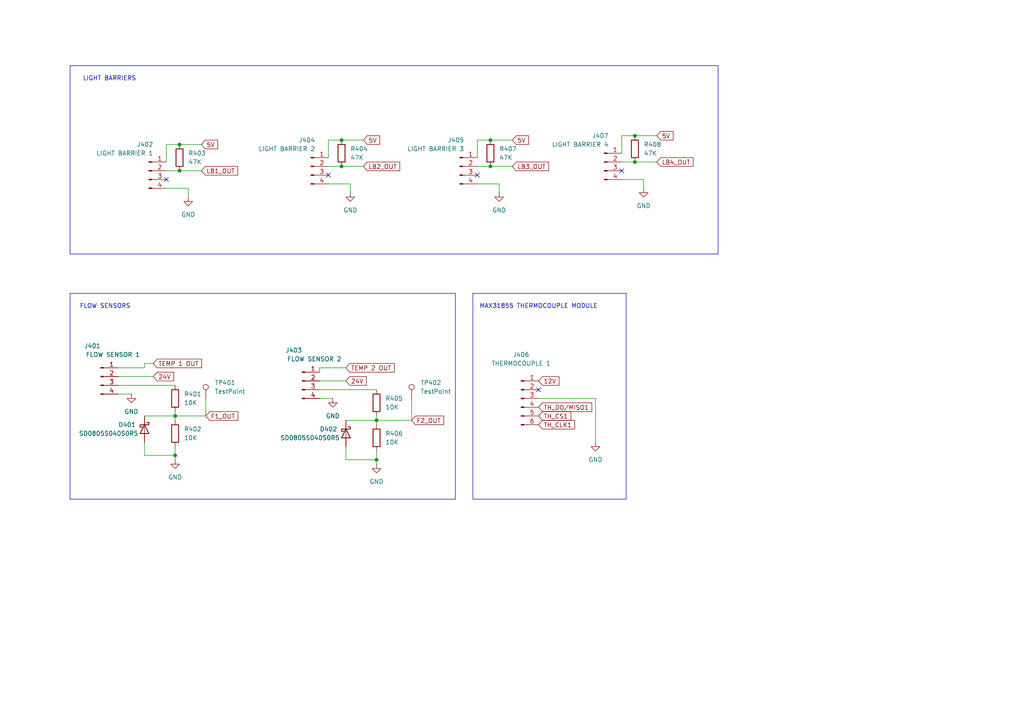
<source format=kicad_sch>
(kicad_sch
	(version 20231120)
	(generator "eeschema")
	(generator_version "8.0")
	(uuid "39e9b5ed-3357-4381-b127-1a22087a292e")
	(paper "A4")
	(lib_symbols
		(symbol "Connector:Conn_01x04_Pin"
			(pin_names
				(offset 1.016) hide)
			(exclude_from_sim no)
			(in_bom yes)
			(on_board yes)
			(property "Reference" "J"
				(at 0 5.08 0)
				(effects
					(font
						(size 1.27 1.27)
					)
				)
			)
			(property "Value" "Conn_01x04_Pin"
				(at 0 -7.62 0)
				(effects
					(font
						(size 1.27 1.27)
					)
				)
			)
			(property "Footprint" ""
				(at 0 0 0)
				(effects
					(font
						(size 1.27 1.27)
					)
					(hide yes)
				)
			)
			(property "Datasheet" "~"
				(at 0 0 0)
				(effects
					(font
						(size 1.27 1.27)
					)
					(hide yes)
				)
			)
			(property "Description" "Generic connector, single row, 01x04, script generated"
				(at 0 0 0)
				(effects
					(font
						(size 1.27 1.27)
					)
					(hide yes)
				)
			)
			(property "ki_locked" ""
				(at 0 0 0)
				(effects
					(font
						(size 1.27 1.27)
					)
				)
			)
			(property "ki_keywords" "connector"
				(at 0 0 0)
				(effects
					(font
						(size 1.27 1.27)
					)
					(hide yes)
				)
			)
			(property "ki_fp_filters" "Connector*:*_1x??_*"
				(at 0 0 0)
				(effects
					(font
						(size 1.27 1.27)
					)
					(hide yes)
				)
			)
			(symbol "Conn_01x04_Pin_1_1"
				(polyline
					(pts
						(xy 1.27 -5.08) (xy 0.8636 -5.08)
					)
					(stroke
						(width 0.1524)
						(type default)
					)
					(fill
						(type none)
					)
				)
				(polyline
					(pts
						(xy 1.27 -2.54) (xy 0.8636 -2.54)
					)
					(stroke
						(width 0.1524)
						(type default)
					)
					(fill
						(type none)
					)
				)
				(polyline
					(pts
						(xy 1.27 0) (xy 0.8636 0)
					)
					(stroke
						(width 0.1524)
						(type default)
					)
					(fill
						(type none)
					)
				)
				(polyline
					(pts
						(xy 1.27 2.54) (xy 0.8636 2.54)
					)
					(stroke
						(width 0.1524)
						(type default)
					)
					(fill
						(type none)
					)
				)
				(rectangle
					(start 0.8636 -4.953)
					(end 0 -5.207)
					(stroke
						(width 0.1524)
						(type default)
					)
					(fill
						(type outline)
					)
				)
				(rectangle
					(start 0.8636 -2.413)
					(end 0 -2.667)
					(stroke
						(width 0.1524)
						(type default)
					)
					(fill
						(type outline)
					)
				)
				(rectangle
					(start 0.8636 0.127)
					(end 0 -0.127)
					(stroke
						(width 0.1524)
						(type default)
					)
					(fill
						(type outline)
					)
				)
				(rectangle
					(start 0.8636 2.667)
					(end 0 2.413)
					(stroke
						(width 0.1524)
						(type default)
					)
					(fill
						(type outline)
					)
				)
				(pin passive line
					(at 5.08 2.54 180)
					(length 3.81)
					(name "Pin_1"
						(effects
							(font
								(size 1.27 1.27)
							)
						)
					)
					(number "1"
						(effects
							(font
								(size 1.27 1.27)
							)
						)
					)
				)
				(pin passive line
					(at 5.08 0 180)
					(length 3.81)
					(name "Pin_2"
						(effects
							(font
								(size 1.27 1.27)
							)
						)
					)
					(number "2"
						(effects
							(font
								(size 1.27 1.27)
							)
						)
					)
				)
				(pin passive line
					(at 5.08 -2.54 180)
					(length 3.81)
					(name "Pin_3"
						(effects
							(font
								(size 1.27 1.27)
							)
						)
					)
					(number "3"
						(effects
							(font
								(size 1.27 1.27)
							)
						)
					)
				)
				(pin passive line
					(at 5.08 -5.08 180)
					(length 3.81)
					(name "Pin_4"
						(effects
							(font
								(size 1.27 1.27)
							)
						)
					)
					(number "4"
						(effects
							(font
								(size 1.27 1.27)
							)
						)
					)
				)
			)
		)
		(symbol "Connector:Conn_01x06_Pin"
			(pin_names
				(offset 1.016) hide)
			(exclude_from_sim no)
			(in_bom yes)
			(on_board yes)
			(property "Reference" "J"
				(at 0 7.62 0)
				(effects
					(font
						(size 1.27 1.27)
					)
				)
			)
			(property "Value" "Conn_01x06_Pin"
				(at 0 -10.16 0)
				(effects
					(font
						(size 1.27 1.27)
					)
				)
			)
			(property "Footprint" ""
				(at 0 0 0)
				(effects
					(font
						(size 1.27 1.27)
					)
					(hide yes)
				)
			)
			(property "Datasheet" "~"
				(at 0 0 0)
				(effects
					(font
						(size 1.27 1.27)
					)
					(hide yes)
				)
			)
			(property "Description" "Generic connector, single row, 01x06, script generated"
				(at 0 0 0)
				(effects
					(font
						(size 1.27 1.27)
					)
					(hide yes)
				)
			)
			(property "ki_locked" ""
				(at 0 0 0)
				(effects
					(font
						(size 1.27 1.27)
					)
				)
			)
			(property "ki_keywords" "connector"
				(at 0 0 0)
				(effects
					(font
						(size 1.27 1.27)
					)
					(hide yes)
				)
			)
			(property "ki_fp_filters" "Connector*:*_1x??_*"
				(at 0 0 0)
				(effects
					(font
						(size 1.27 1.27)
					)
					(hide yes)
				)
			)
			(symbol "Conn_01x06_Pin_1_1"
				(polyline
					(pts
						(xy 1.27 -7.62) (xy 0.8636 -7.62)
					)
					(stroke
						(width 0.1524)
						(type default)
					)
					(fill
						(type none)
					)
				)
				(polyline
					(pts
						(xy 1.27 -5.08) (xy 0.8636 -5.08)
					)
					(stroke
						(width 0.1524)
						(type default)
					)
					(fill
						(type none)
					)
				)
				(polyline
					(pts
						(xy 1.27 -2.54) (xy 0.8636 -2.54)
					)
					(stroke
						(width 0.1524)
						(type default)
					)
					(fill
						(type none)
					)
				)
				(polyline
					(pts
						(xy 1.27 0) (xy 0.8636 0)
					)
					(stroke
						(width 0.1524)
						(type default)
					)
					(fill
						(type none)
					)
				)
				(polyline
					(pts
						(xy 1.27 2.54) (xy 0.8636 2.54)
					)
					(stroke
						(width 0.1524)
						(type default)
					)
					(fill
						(type none)
					)
				)
				(polyline
					(pts
						(xy 1.27 5.08) (xy 0.8636 5.08)
					)
					(stroke
						(width 0.1524)
						(type default)
					)
					(fill
						(type none)
					)
				)
				(rectangle
					(start 0.8636 -7.493)
					(end 0 -7.747)
					(stroke
						(width 0.1524)
						(type default)
					)
					(fill
						(type outline)
					)
				)
				(rectangle
					(start 0.8636 -4.953)
					(end 0 -5.207)
					(stroke
						(width 0.1524)
						(type default)
					)
					(fill
						(type outline)
					)
				)
				(rectangle
					(start 0.8636 -2.413)
					(end 0 -2.667)
					(stroke
						(width 0.1524)
						(type default)
					)
					(fill
						(type outline)
					)
				)
				(rectangle
					(start 0.8636 0.127)
					(end 0 -0.127)
					(stroke
						(width 0.1524)
						(type default)
					)
					(fill
						(type outline)
					)
				)
				(rectangle
					(start 0.8636 2.667)
					(end 0 2.413)
					(stroke
						(width 0.1524)
						(type default)
					)
					(fill
						(type outline)
					)
				)
				(rectangle
					(start 0.8636 5.207)
					(end 0 4.953)
					(stroke
						(width 0.1524)
						(type default)
					)
					(fill
						(type outline)
					)
				)
				(pin passive line
					(at 5.08 5.08 180)
					(length 3.81)
					(name "Pin_1"
						(effects
							(font
								(size 1.27 1.27)
							)
						)
					)
					(number "1"
						(effects
							(font
								(size 1.27 1.27)
							)
						)
					)
				)
				(pin passive line
					(at 5.08 2.54 180)
					(length 3.81)
					(name "Pin_2"
						(effects
							(font
								(size 1.27 1.27)
							)
						)
					)
					(number "2"
						(effects
							(font
								(size 1.27 1.27)
							)
						)
					)
				)
				(pin passive line
					(at 5.08 0 180)
					(length 3.81)
					(name "Pin_3"
						(effects
							(font
								(size 1.27 1.27)
							)
						)
					)
					(number "3"
						(effects
							(font
								(size 1.27 1.27)
							)
						)
					)
				)
				(pin passive line
					(at 5.08 -2.54 180)
					(length 3.81)
					(name "Pin_4"
						(effects
							(font
								(size 1.27 1.27)
							)
						)
					)
					(number "4"
						(effects
							(font
								(size 1.27 1.27)
							)
						)
					)
				)
				(pin passive line
					(at 5.08 -5.08 180)
					(length 3.81)
					(name "Pin_5"
						(effects
							(font
								(size 1.27 1.27)
							)
						)
					)
					(number "5"
						(effects
							(font
								(size 1.27 1.27)
							)
						)
					)
				)
				(pin passive line
					(at 5.08 -7.62 180)
					(length 3.81)
					(name "Pin_6"
						(effects
							(font
								(size 1.27 1.27)
							)
						)
					)
					(number "6"
						(effects
							(font
								(size 1.27 1.27)
							)
						)
					)
				)
			)
		)
		(symbol "Connector:TestPoint"
			(pin_numbers hide)
			(pin_names
				(offset 0.762) hide)
			(exclude_from_sim no)
			(in_bom yes)
			(on_board yes)
			(property "Reference" "TP"
				(at 0 6.858 0)
				(effects
					(font
						(size 1.27 1.27)
					)
				)
			)
			(property "Value" "TestPoint"
				(at 0 5.08 0)
				(effects
					(font
						(size 1.27 1.27)
					)
				)
			)
			(property "Footprint" ""
				(at 5.08 0 0)
				(effects
					(font
						(size 1.27 1.27)
					)
					(hide yes)
				)
			)
			(property "Datasheet" "~"
				(at 5.08 0 0)
				(effects
					(font
						(size 1.27 1.27)
					)
					(hide yes)
				)
			)
			(property "Description" "test point"
				(at 0 0 0)
				(effects
					(font
						(size 1.27 1.27)
					)
					(hide yes)
				)
			)
			(property "ki_keywords" "test point tp"
				(at 0 0 0)
				(effects
					(font
						(size 1.27 1.27)
					)
					(hide yes)
				)
			)
			(property "ki_fp_filters" "Pin* Test*"
				(at 0 0 0)
				(effects
					(font
						(size 1.27 1.27)
					)
					(hide yes)
				)
			)
			(symbol "TestPoint_0_1"
				(circle
					(center 0 3.302)
					(radius 0.762)
					(stroke
						(width 0)
						(type default)
					)
					(fill
						(type none)
					)
				)
			)
			(symbol "TestPoint_1_1"
				(pin passive line
					(at 0 0 90)
					(length 2.54)
					(name "1"
						(effects
							(font
								(size 1.27 1.27)
							)
						)
					)
					(number "1"
						(effects
							(font
								(size 1.27 1.27)
							)
						)
					)
				)
			)
		)
		(symbol "Device:D_Schottky"
			(pin_numbers hide)
			(pin_names
				(offset 1.016) hide)
			(exclude_from_sim no)
			(in_bom yes)
			(on_board yes)
			(property "Reference" "D"
				(at 0 2.54 0)
				(effects
					(font
						(size 1.27 1.27)
					)
				)
			)
			(property "Value" "D_Schottky"
				(at 0 -2.54 0)
				(effects
					(font
						(size 1.27 1.27)
					)
				)
			)
			(property "Footprint" ""
				(at 0 0 0)
				(effects
					(font
						(size 1.27 1.27)
					)
					(hide yes)
				)
			)
			(property "Datasheet" "~"
				(at 0 0 0)
				(effects
					(font
						(size 1.27 1.27)
					)
					(hide yes)
				)
			)
			(property "Description" "Schottky diode"
				(at 0 0 0)
				(effects
					(font
						(size 1.27 1.27)
					)
					(hide yes)
				)
			)
			(property "ki_keywords" "diode Schottky"
				(at 0 0 0)
				(effects
					(font
						(size 1.27 1.27)
					)
					(hide yes)
				)
			)
			(property "ki_fp_filters" "TO-???* *_Diode_* *SingleDiode* D_*"
				(at 0 0 0)
				(effects
					(font
						(size 1.27 1.27)
					)
					(hide yes)
				)
			)
			(symbol "D_Schottky_0_1"
				(polyline
					(pts
						(xy 1.27 0) (xy -1.27 0)
					)
					(stroke
						(width 0)
						(type default)
					)
					(fill
						(type none)
					)
				)
				(polyline
					(pts
						(xy 1.27 1.27) (xy 1.27 -1.27) (xy -1.27 0) (xy 1.27 1.27)
					)
					(stroke
						(width 0.254)
						(type default)
					)
					(fill
						(type none)
					)
				)
				(polyline
					(pts
						(xy -1.905 0.635) (xy -1.905 1.27) (xy -1.27 1.27) (xy -1.27 -1.27) (xy -0.635 -1.27) (xy -0.635 -0.635)
					)
					(stroke
						(width 0.254)
						(type default)
					)
					(fill
						(type none)
					)
				)
			)
			(symbol "D_Schottky_1_1"
				(pin passive line
					(at -3.81 0 0)
					(length 2.54)
					(name "K"
						(effects
							(font
								(size 1.27 1.27)
							)
						)
					)
					(number "1"
						(effects
							(font
								(size 1.27 1.27)
							)
						)
					)
				)
				(pin passive line
					(at 3.81 0 180)
					(length 2.54)
					(name "A"
						(effects
							(font
								(size 1.27 1.27)
							)
						)
					)
					(number "2"
						(effects
							(font
								(size 1.27 1.27)
							)
						)
					)
				)
			)
		)
		(symbol "Device:R"
			(pin_numbers hide)
			(pin_names
				(offset 0)
			)
			(exclude_from_sim no)
			(in_bom yes)
			(on_board yes)
			(property "Reference" "R"
				(at 2.032 0 90)
				(effects
					(font
						(size 1.27 1.27)
					)
				)
			)
			(property "Value" "R"
				(at 0 0 90)
				(effects
					(font
						(size 1.27 1.27)
					)
				)
			)
			(property "Footprint" ""
				(at -1.778 0 90)
				(effects
					(font
						(size 1.27 1.27)
					)
					(hide yes)
				)
			)
			(property "Datasheet" "~"
				(at 0 0 0)
				(effects
					(font
						(size 1.27 1.27)
					)
					(hide yes)
				)
			)
			(property "Description" "Resistor"
				(at 0 0 0)
				(effects
					(font
						(size 1.27 1.27)
					)
					(hide yes)
				)
			)
			(property "ki_keywords" "R res resistor"
				(at 0 0 0)
				(effects
					(font
						(size 1.27 1.27)
					)
					(hide yes)
				)
			)
			(property "ki_fp_filters" "R_*"
				(at 0 0 0)
				(effects
					(font
						(size 1.27 1.27)
					)
					(hide yes)
				)
			)
			(symbol "R_0_1"
				(rectangle
					(start -1.016 -2.54)
					(end 1.016 2.54)
					(stroke
						(width 0.254)
						(type default)
					)
					(fill
						(type none)
					)
				)
			)
			(symbol "R_1_1"
				(pin passive line
					(at 0 3.81 270)
					(length 1.27)
					(name "~"
						(effects
							(font
								(size 1.27 1.27)
							)
						)
					)
					(number "1"
						(effects
							(font
								(size 1.27 1.27)
							)
						)
					)
				)
				(pin passive line
					(at 0 -3.81 90)
					(length 1.27)
					(name "~"
						(effects
							(font
								(size 1.27 1.27)
							)
						)
					)
					(number "2"
						(effects
							(font
								(size 1.27 1.27)
							)
						)
					)
				)
			)
		)
		(symbol "power:GND"
			(power)
			(pin_numbers hide)
			(pin_names
				(offset 0) hide)
			(exclude_from_sim no)
			(in_bom yes)
			(on_board yes)
			(property "Reference" "#PWR"
				(at 0 -6.35 0)
				(effects
					(font
						(size 1.27 1.27)
					)
					(hide yes)
				)
			)
			(property "Value" "GND"
				(at 0 -3.81 0)
				(effects
					(font
						(size 1.27 1.27)
					)
				)
			)
			(property "Footprint" ""
				(at 0 0 0)
				(effects
					(font
						(size 1.27 1.27)
					)
					(hide yes)
				)
			)
			(property "Datasheet" ""
				(at 0 0 0)
				(effects
					(font
						(size 1.27 1.27)
					)
					(hide yes)
				)
			)
			(property "Description" "Power symbol creates a global label with name \"GND\" , ground"
				(at 0 0 0)
				(effects
					(font
						(size 1.27 1.27)
					)
					(hide yes)
				)
			)
			(property "ki_keywords" "global power"
				(at 0 0 0)
				(effects
					(font
						(size 1.27 1.27)
					)
					(hide yes)
				)
			)
			(symbol "GND_0_1"
				(polyline
					(pts
						(xy 0 0) (xy 0 -1.27) (xy 1.27 -1.27) (xy 0 -2.54) (xy -1.27 -1.27) (xy 0 -1.27)
					)
					(stroke
						(width 0)
						(type default)
					)
					(fill
						(type none)
					)
				)
			)
			(symbol "GND_1_1"
				(pin power_in line
					(at 0 0 270)
					(length 0)
					(name "~"
						(effects
							(font
								(size 1.27 1.27)
							)
						)
					)
					(number "1"
						(effects
							(font
								(size 1.27 1.27)
							)
						)
					)
				)
			)
		)
	)
	(junction
		(at 142.24 48.26)
		(diameter 0)
		(color 0 0 0 0)
		(uuid "0cbed6d6-1a90-4797-87c5-f2acd6b38acd")
	)
	(junction
		(at 99.06 40.64)
		(diameter 0)
		(color 0 0 0 0)
		(uuid "47c5adbe-9b6c-4795-adb0-72ebf306931c")
	)
	(junction
		(at 50.8 120.65)
		(diameter 0)
		(color 0 0 0 0)
		(uuid "51654f7e-0bef-43f3-a07a-db0874a20a2e")
	)
	(junction
		(at 184.15 46.99)
		(diameter 0)
		(color 0 0 0 0)
		(uuid "5b125db0-c6e6-4c7a-9bc1-0389a1dbb20a")
	)
	(junction
		(at 142.24 40.64)
		(diameter 0)
		(color 0 0 0 0)
		(uuid "654bc33c-3503-4dfb-befb-4f2376f43e2b")
	)
	(junction
		(at 184.15 39.37)
		(diameter 0)
		(color 0 0 0 0)
		(uuid "906f73ad-18e8-4550-8a66-831f751fd649")
	)
	(junction
		(at 99.06 48.26)
		(diameter 0)
		(color 0 0 0 0)
		(uuid "b4bf0de1-61a1-4732-b66a-15460e08b71b")
	)
	(junction
		(at 52.07 41.91)
		(diameter 0)
		(color 0 0 0 0)
		(uuid "bfd8fa81-6043-4e9d-b675-24f8d4747632")
	)
	(junction
		(at 50.8 132.08)
		(diameter 0)
		(color 0 0 0 0)
		(uuid "c613013b-4a27-4f0b-94dd-60758ca16b5a")
	)
	(junction
		(at 109.22 133.35)
		(diameter 0)
		(color 0 0 0 0)
		(uuid "cba31e10-0eda-40cc-be19-760ea3d8d3a9")
	)
	(junction
		(at 109.22 121.92)
		(diameter 0)
		(color 0 0 0 0)
		(uuid "d1889cec-3041-4311-ae4a-a267364fcb02")
	)
	(junction
		(at 52.07 49.53)
		(diameter 0)
		(color 0 0 0 0)
		(uuid "dc1e7bfd-875a-4a91-9f3d-2bc6bcfd1cec")
	)
	(no_connect
		(at 156.21 113.03)
		(uuid "199802b3-2b4c-41ed-b36c-2c459723ada1")
	)
	(no_connect
		(at 95.25 50.8)
		(uuid "351645ff-9e83-447b-bdf1-c319aeaf5483")
	)
	(no_connect
		(at 48.26 52.07)
		(uuid "4ee2a8b2-b703-4072-96b2-bf8a9d44d955")
	)
	(no_connect
		(at 138.43 50.8)
		(uuid "5d496507-759e-4bc4-8acd-2335682378e2")
	)
	(no_connect
		(at 180.34 49.53)
		(uuid "ac381ee8-4caf-46a9-b2be-37fd96033cad")
	)
	(wire
		(pts
			(xy 41.91 105.41) (xy 41.91 106.68)
		)
		(stroke
			(width 0)
			(type default)
		)
		(uuid "02afeaec-a53e-4565-aff1-6f220c594e1b")
	)
	(wire
		(pts
			(xy 34.29 114.3) (xy 38.1 114.3)
		)
		(stroke
			(width 0)
			(type default)
		)
		(uuid "09750d28-1d67-42dc-970e-e5ec61aae3c1")
	)
	(wire
		(pts
			(xy 138.43 53.34) (xy 144.78 53.34)
		)
		(stroke
			(width 0)
			(type default)
		)
		(uuid "0f259ae3-fa78-4b5e-88ec-3b2addf99d8a")
	)
	(wire
		(pts
			(xy 100.33 133.35) (xy 109.22 133.35)
		)
		(stroke
			(width 0)
			(type default)
		)
		(uuid "10eb8b5f-1a41-48d7-b6a2-aff7b24a1243")
	)
	(wire
		(pts
			(xy 50.8 132.08) (xy 50.8 133.35)
		)
		(stroke
			(width 0)
			(type default)
		)
		(uuid "1de3f59a-4d7d-41c7-a630-c467fae4e137")
	)
	(wire
		(pts
			(xy 138.43 48.26) (xy 142.24 48.26)
		)
		(stroke
			(width 0)
			(type default)
		)
		(uuid "20a4eeef-8ea3-4c4d-a479-c1e57c07068c")
	)
	(wire
		(pts
			(xy 105.41 40.64) (xy 99.06 40.64)
		)
		(stroke
			(width 0)
			(type default)
		)
		(uuid "244ef1f8-dbfa-4b92-a894-62487d208b53")
	)
	(wire
		(pts
			(xy 95.25 53.34) (xy 101.6 53.34)
		)
		(stroke
			(width 0)
			(type default)
		)
		(uuid "2de27ffe-3e9d-4ea7-8b93-96db691eee9f")
	)
	(wire
		(pts
			(xy 92.71 115.57) (xy 96.52 115.57)
		)
		(stroke
			(width 0)
			(type default)
		)
		(uuid "2fcecf03-9fc1-4b30-b47e-5753c0fd348c")
	)
	(wire
		(pts
			(xy 190.5 39.37) (xy 184.15 39.37)
		)
		(stroke
			(width 0)
			(type default)
		)
		(uuid "310193ac-7465-47ae-88b4-01feba325f7d")
	)
	(wire
		(pts
			(xy 100.33 110.49) (xy 92.71 110.49)
		)
		(stroke
			(width 0)
			(type default)
		)
		(uuid "396e33da-77c1-4e7e-9b33-8f94f232672f")
	)
	(wire
		(pts
			(xy 41.91 128.27) (xy 41.91 132.08)
		)
		(stroke
			(width 0)
			(type default)
		)
		(uuid "3dd4690a-9b48-4727-a2e2-de70db47a5b9")
	)
	(wire
		(pts
			(xy 50.8 120.65) (xy 50.8 121.92)
		)
		(stroke
			(width 0)
			(type default)
		)
		(uuid "3e9cb51f-e09c-4a7b-9e98-a1d4f5a87a71")
	)
	(wire
		(pts
			(xy 100.33 121.92) (xy 109.22 121.92)
		)
		(stroke
			(width 0)
			(type default)
		)
		(uuid "4bbfc635-2ab9-4720-9b6a-0e68856c08b7")
	)
	(wire
		(pts
			(xy 48.26 54.61) (xy 54.61 54.61)
		)
		(stroke
			(width 0)
			(type default)
		)
		(uuid "4c19092f-da20-4f28-9209-52909f3f766d")
	)
	(wire
		(pts
			(xy 184.15 39.37) (xy 180.34 39.37)
		)
		(stroke
			(width 0)
			(type default)
		)
		(uuid "4dace319-7635-4279-b7c5-ac7b30fa4a4a")
	)
	(wire
		(pts
			(xy 190.5 46.99) (xy 184.15 46.99)
		)
		(stroke
			(width 0)
			(type default)
		)
		(uuid "58b3cd36-88c6-41c8-80f8-ba1722b1cc39")
	)
	(wire
		(pts
			(xy 48.26 49.53) (xy 52.07 49.53)
		)
		(stroke
			(width 0)
			(type default)
		)
		(uuid "5a868772-6e3a-41bc-9d33-6687480f4930")
	)
	(wire
		(pts
			(xy 41.91 132.08) (xy 50.8 132.08)
		)
		(stroke
			(width 0)
			(type default)
		)
		(uuid "5b1ac085-51c1-4db5-a079-d1669a1c0071")
	)
	(wire
		(pts
			(xy 148.59 48.26) (xy 142.24 48.26)
		)
		(stroke
			(width 0)
			(type default)
		)
		(uuid "5c132cc7-499f-4701-b1cf-15a9ac64529e")
	)
	(wire
		(pts
			(xy 144.78 53.34) (xy 144.78 55.88)
		)
		(stroke
			(width 0)
			(type default)
		)
		(uuid "5deacdd1-7f2f-497a-adee-fb4c6a21675d")
	)
	(wire
		(pts
			(xy 180.34 46.99) (xy 184.15 46.99)
		)
		(stroke
			(width 0)
			(type default)
		)
		(uuid "656d1b59-5a74-4145-8bac-09a2aebf9a69")
	)
	(wire
		(pts
			(xy 52.07 41.91) (xy 48.26 41.91)
		)
		(stroke
			(width 0)
			(type default)
		)
		(uuid "67a604d6-2c64-4af6-9acc-8adf1476da9a")
	)
	(wire
		(pts
			(xy 142.24 40.64) (xy 138.43 40.64)
		)
		(stroke
			(width 0)
			(type default)
		)
		(uuid "6910f5f7-d399-47ef-a79b-38b2e8601ca9")
	)
	(wire
		(pts
			(xy 54.61 54.61) (xy 54.61 57.15)
		)
		(stroke
			(width 0)
			(type default)
		)
		(uuid "6e60379d-26bf-4cb3-9ed2-c703a9ad35fb")
	)
	(wire
		(pts
			(xy 180.34 52.07) (xy 186.69 52.07)
		)
		(stroke
			(width 0)
			(type default)
		)
		(uuid "713a5f39-5cbe-4a9a-b7e9-3e208bdcf5f4")
	)
	(wire
		(pts
			(xy 148.59 40.64) (xy 142.24 40.64)
		)
		(stroke
			(width 0)
			(type default)
		)
		(uuid "72486eaa-c489-4138-82e5-33043e453e25")
	)
	(wire
		(pts
			(xy 101.6 53.34) (xy 101.6 55.88)
		)
		(stroke
			(width 0)
			(type default)
		)
		(uuid "7ac946ce-6ded-4cc4-92dd-2af5a7f951a8")
	)
	(wire
		(pts
			(xy 109.22 133.35) (xy 109.22 134.62)
		)
		(stroke
			(width 0)
			(type default)
		)
		(uuid "819bd064-5d3e-44db-a65c-041c1e2d622c")
	)
	(wire
		(pts
			(xy 44.45 109.22) (xy 34.29 109.22)
		)
		(stroke
			(width 0)
			(type default)
		)
		(uuid "83d87f0d-c9e1-4e60-8f95-1c10b009f0eb")
	)
	(wire
		(pts
			(xy 59.69 120.65) (xy 50.8 120.65)
		)
		(stroke
			(width 0)
			(type default)
		)
		(uuid "87f9151e-b1e4-4efe-a58e-9624cb8011bd")
	)
	(wire
		(pts
			(xy 92.71 106.68) (xy 92.71 107.95)
		)
		(stroke
			(width 0)
			(type default)
		)
		(uuid "950b6af1-6a01-4d60-89b3-bd7c71c5b146")
	)
	(wire
		(pts
			(xy 58.42 41.91) (xy 52.07 41.91)
		)
		(stroke
			(width 0)
			(type default)
		)
		(uuid "97f65102-ae60-4db9-b01e-f0cd80bb2d56")
	)
	(wire
		(pts
			(xy 44.45 105.41) (xy 41.91 105.41)
		)
		(stroke
			(width 0)
			(type default)
		)
		(uuid "995de1a1-86d3-4b64-8b73-fcbb0f147ae8")
	)
	(wire
		(pts
			(xy 138.43 40.64) (xy 138.43 45.72)
		)
		(stroke
			(width 0)
			(type default)
		)
		(uuid "995f9c13-d28a-4389-bbeb-239223eea041")
	)
	(wire
		(pts
			(xy 50.8 129.54) (xy 50.8 132.08)
		)
		(stroke
			(width 0)
			(type default)
		)
		(uuid "a352171d-855a-49a0-8fbd-59ab5274a6b2")
	)
	(wire
		(pts
			(xy 50.8 119.38) (xy 50.8 120.65)
		)
		(stroke
			(width 0)
			(type default)
		)
		(uuid "a500af18-677c-46fb-b095-100491b20877")
	)
	(wire
		(pts
			(xy 172.72 115.57) (xy 172.72 128.27)
		)
		(stroke
			(width 0)
			(type default)
		)
		(uuid "a92e1045-74d7-432b-875d-2f8382c631a7")
	)
	(wire
		(pts
			(xy 58.42 49.53) (xy 52.07 49.53)
		)
		(stroke
			(width 0)
			(type default)
		)
		(uuid "aacfedc6-a496-4fb9-b010-bc19cb1c4a74")
	)
	(wire
		(pts
			(xy 109.22 120.65) (xy 109.22 121.92)
		)
		(stroke
			(width 0)
			(type default)
		)
		(uuid "ab20f5df-4532-4bb1-99d1-6caf1b58453c")
	)
	(wire
		(pts
			(xy 109.22 130.81) (xy 109.22 133.35)
		)
		(stroke
			(width 0)
			(type default)
		)
		(uuid "ab401f56-fbcb-41b6-9785-81789583efcc")
	)
	(wire
		(pts
			(xy 156.21 115.57) (xy 172.72 115.57)
		)
		(stroke
			(width 0)
			(type default)
		)
		(uuid "ac347676-59ec-4ec4-9c80-1f22a2eff6de")
	)
	(wire
		(pts
			(xy 41.91 106.68) (xy 34.29 106.68)
		)
		(stroke
			(width 0)
			(type default)
		)
		(uuid "ae309322-a266-49d3-bdde-7fa51b28a347")
	)
	(wire
		(pts
			(xy 95.25 40.64) (xy 95.25 45.72)
		)
		(stroke
			(width 0)
			(type default)
		)
		(uuid "b0efb3ca-629a-4a76-a942-e63045027b01")
	)
	(wire
		(pts
			(xy 59.69 115.57) (xy 59.69 120.65)
		)
		(stroke
			(width 0)
			(type default)
		)
		(uuid "b24aae90-d838-48ea-8db6-1fcf637da4ab")
	)
	(wire
		(pts
			(xy 48.26 41.91) (xy 48.26 46.99)
		)
		(stroke
			(width 0)
			(type default)
		)
		(uuid "b2575d49-e832-461d-9d5a-49e173629eb1")
	)
	(wire
		(pts
			(xy 99.06 40.64) (xy 95.25 40.64)
		)
		(stroke
			(width 0)
			(type default)
		)
		(uuid "c18412c3-a73c-431d-a0fe-b356ddd6e9f0")
	)
	(wire
		(pts
			(xy 41.91 120.65) (xy 50.8 120.65)
		)
		(stroke
			(width 0)
			(type default)
		)
		(uuid "c75eebe1-89a4-48c4-ba83-a1d15008ecb9")
	)
	(wire
		(pts
			(xy 180.34 39.37) (xy 180.34 44.45)
		)
		(stroke
			(width 0)
			(type default)
		)
		(uuid "ce1022c2-580d-49f2-9a9d-159e4994c16e")
	)
	(wire
		(pts
			(xy 95.25 48.26) (xy 99.06 48.26)
		)
		(stroke
			(width 0)
			(type default)
		)
		(uuid "ce652a63-60be-446d-ab00-2e0430873af2")
	)
	(wire
		(pts
			(xy 100.33 106.68) (xy 92.71 106.68)
		)
		(stroke
			(width 0)
			(type default)
		)
		(uuid "d009eb9d-a239-477c-84ed-b980f97bc355")
	)
	(wire
		(pts
			(xy 109.22 121.92) (xy 109.22 123.19)
		)
		(stroke
			(width 0)
			(type default)
		)
		(uuid "d206e19b-73e5-4585-accb-6e4106b9194f")
	)
	(wire
		(pts
			(xy 92.71 113.03) (xy 109.22 113.03)
		)
		(stroke
			(width 0)
			(type default)
		)
		(uuid "d6ccd67d-015a-4681-ad1b-3f8997ce6664")
	)
	(wire
		(pts
			(xy 109.22 121.92) (xy 119.38 121.92)
		)
		(stroke
			(width 0)
			(type default)
		)
		(uuid "d8be9ea5-b021-4d26-9b23-751043a2b60c")
	)
	(wire
		(pts
			(xy 119.38 115.57) (xy 119.38 121.92)
		)
		(stroke
			(width 0)
			(type default)
		)
		(uuid "dc5edcf7-dea2-4b7e-8c9f-25e3467c4bc9")
	)
	(wire
		(pts
			(xy 186.69 52.07) (xy 186.69 54.61)
		)
		(stroke
			(width 0)
			(type default)
		)
		(uuid "e818b59f-19d1-4689-b1ac-87d15ce22dfe")
	)
	(wire
		(pts
			(xy 105.41 48.26) (xy 99.06 48.26)
		)
		(stroke
			(width 0)
			(type default)
		)
		(uuid "f4e7731d-8c0e-4497-95d0-e7ddbb6961c0")
	)
	(wire
		(pts
			(xy 100.33 129.54) (xy 100.33 133.35)
		)
		(stroke
			(width 0)
			(type default)
		)
		(uuid "fbfe81f5-b3bc-448e-8840-1e26640579b9")
	)
	(wire
		(pts
			(xy 34.29 111.76) (xy 50.8 111.76)
		)
		(stroke
			(width 0)
			(type default)
		)
		(uuid "feaf936e-9704-40ab-88f2-a9cf02074176")
	)
	(rectangle
		(start 20.32 85.09)
		(end 132.08 144.78)
		(stroke
			(width 0)
			(type default)
		)
		(fill
			(type none)
		)
		(uuid 90018317-6d73-4379-a569-62ee84243ca5)
	)
	(rectangle
		(start 137.16 85.09)
		(end 181.61 144.78)
		(stroke
			(width 0)
			(type default)
		)
		(fill
			(type none)
		)
		(uuid bacb2ac6-8e84-4440-a166-7d410032bf60)
	)
	(rectangle
		(start 20.32 19.05)
		(end 208.28 73.66)
		(stroke
			(width 0)
			(type default)
		)
		(fill
			(type none)
		)
		(uuid d8926f2f-020b-4237-a217-9ec41977350e)
	)
	(text "FLOW SENSORS\n"
		(exclude_from_sim no)
		(at 30.48 88.9 0)
		(effects
			(font
				(size 1.27 1.27)
			)
		)
		(uuid "3a432140-1e4c-4d69-9237-354353cf6c89")
	)
	(text "MAX31855 THERMOCOUPLE MODULE\n"
		(exclude_from_sim no)
		(at 156.21 88.9 0)
		(effects
			(font
				(size 1.27 1.27)
			)
		)
		(uuid "6820764c-5611-46a8-b915-7b0374f3dcbb")
	)
	(text "LIGHT BARRIERS\n"
		(exclude_from_sim no)
		(at 31.75 22.86 0)
		(effects
			(font
				(size 1.27 1.27)
			)
		)
		(uuid "84db480e-25c0-43fa-9b67-81e73807546d")
	)
	(global_label "TH_CS1"
		(shape input)
		(at 156.21 120.65 0)
		(fields_autoplaced yes)
		(effects
			(font
				(size 1.27 1.27)
			)
			(justify left)
		)
		(uuid "1cea6d0c-2d82-4052-842c-4eb60a242430")
		(property "Intersheetrefs" "${INTERSHEET_REFS}"
			(at 164.9404 120.65 0)
			(effects
				(font
					(size 1.27 1.27)
				)
				(justify left)
				(hide yes)
			)
		)
	)
	(global_label "5V"
		(shape input)
		(at 58.42 41.91 0)
		(fields_autoplaced yes)
		(effects
			(font
				(size 1.27 1.27)
			)
			(justify left)
		)
		(uuid "340ab928-5d63-4642-8234-a151d3cd76a6")
		(property "Intersheetrefs" "${INTERSHEET_REFS}"
			(at 63.7033 41.91 0)
			(effects
				(font
					(size 1.27 1.27)
				)
				(justify left)
				(hide yes)
			)
		)
	)
	(global_label "LB2_OUT"
		(shape input)
		(at 105.41 48.26 0)
		(fields_autoplaced yes)
		(effects
			(font
				(size 1.27 1.27)
			)
			(justify left)
		)
		(uuid "34ab6066-2fe6-4f9a-a58d-1cd7c4496b27")
		(property "Intersheetrefs" "${INTERSHEET_REFS}"
			(at 114.8057 48.26 0)
			(effects
				(font
					(size 1.27 1.27)
				)
				(justify left)
				(hide yes)
			)
		)
	)
	(global_label "24V"
		(shape input)
		(at 44.45 109.22 0)
		(fields_autoplaced yes)
		(effects
			(font
				(size 1.27 1.27)
			)
			(justify left)
		)
		(uuid "3f807754-bc70-4ff6-8d68-bfdfed5fce86")
		(property "Intersheetrefs" "${INTERSHEET_REFS}"
			(at 50.9428 109.22 0)
			(effects
				(font
					(size 1.27 1.27)
				)
				(justify left)
				(hide yes)
			)
		)
	)
	(global_label "24V"
		(shape input)
		(at 100.33 110.49 0)
		(fields_autoplaced yes)
		(effects
			(font
				(size 1.27 1.27)
			)
			(justify left)
		)
		(uuid "4e8a0678-7ff5-41f1-996c-e0975bb11efb")
		(property "Intersheetrefs" "${INTERSHEET_REFS}"
			(at 106.8228 110.49 0)
			(effects
				(font
					(size 1.27 1.27)
				)
				(justify left)
				(hide yes)
			)
		)
	)
	(global_label "5V"
		(shape input)
		(at 148.59 40.64 0)
		(fields_autoplaced yes)
		(effects
			(font
				(size 1.27 1.27)
			)
			(justify left)
		)
		(uuid "62a640f6-370d-47be-b9f2-a66de7baa132")
		(property "Intersheetrefs" "${INTERSHEET_REFS}"
			(at 153.8733 40.64 0)
			(effects
				(font
					(size 1.27 1.27)
				)
				(justify left)
				(hide yes)
			)
		)
	)
	(global_label "TH_CLK1"
		(shape input)
		(at 156.21 123.19 0)
		(fields_autoplaced yes)
		(effects
			(font
				(size 1.27 1.27)
			)
			(justify left)
		)
		(uuid "63f6f00d-a9cb-4206-bcc4-b9b6f484eca1")
		(property "Intersheetrefs" "${INTERSHEET_REFS}"
			(at 166.029 123.19 0)
			(effects
				(font
					(size 1.27 1.27)
				)
				(justify left)
				(hide yes)
			)
		)
	)
	(global_label "LB3_OUT"
		(shape input)
		(at 148.59 48.26 0)
		(fields_autoplaced yes)
		(effects
			(font
				(size 1.27 1.27)
			)
			(justify left)
		)
		(uuid "711c7670-0a2d-4656-8b70-f5e3f24d6cc9")
		(property "Intersheetrefs" "${INTERSHEET_REFS}"
			(at 157.9857 48.26 0)
			(effects
				(font
					(size 1.27 1.27)
				)
				(justify left)
				(hide yes)
			)
		)
	)
	(global_label "5V"
		(shape input)
		(at 105.41 40.64 0)
		(fields_autoplaced yes)
		(effects
			(font
				(size 1.27 1.27)
			)
			(justify left)
		)
		(uuid "785144cb-111d-41a8-9942-55ec88f1dc31")
		(property "Intersheetrefs" "${INTERSHEET_REFS}"
			(at 110.6933 40.64 0)
			(effects
				(font
					(size 1.27 1.27)
				)
				(justify left)
				(hide yes)
			)
		)
	)
	(global_label "F2_OUT"
		(shape input)
		(at 119.38 121.92 0)
		(fields_autoplaced yes)
		(effects
			(font
				(size 1.27 1.27)
			)
			(justify left)
		)
		(uuid "8028d98e-f588-4623-93ce-0a6d18936234")
		(property "Intersheetrefs" "${INTERSHEET_REFS}"
			(at 129.2595 121.92 0)
			(effects
				(font
					(size 1.27 1.27)
				)
				(justify left)
				(hide yes)
			)
		)
	)
	(global_label "TH_DO/MISO1"
		(shape input)
		(at 156.21 118.11 0)
		(fields_autoplaced yes)
		(effects
			(font
				(size 1.27 1.27)
			)
			(justify left)
		)
		(uuid "8f89dc8a-f242-461d-9d6a-69e56527a155")
		(property "Intersheetrefs" "${INTERSHEET_REFS}"
			(at 170.9881 118.11 0)
			(effects
				(font
					(size 1.27 1.27)
				)
				(justify left)
				(hide yes)
			)
		)
	)
	(global_label "LB4_OUT"
		(shape input)
		(at 190.5 46.99 0)
		(fields_autoplaced yes)
		(effects
			(font
				(size 1.27 1.27)
			)
			(justify left)
		)
		(uuid "9d51f5d4-fd70-489f-ae98-32304fa1f68f")
		(property "Intersheetrefs" "${INTERSHEET_REFS}"
			(at 199.8957 46.99 0)
			(effects
				(font
					(size 1.27 1.27)
				)
				(justify left)
				(hide yes)
			)
		)
	)
	(global_label "LB1_OUT"
		(shape input)
		(at 58.42 49.53 0)
		(fields_autoplaced yes)
		(effects
			(font
				(size 1.27 1.27)
			)
			(justify left)
		)
		(uuid "b3df74db-9895-4175-aa63-cdc9f3d7b495")
		(property "Intersheetrefs" "${INTERSHEET_REFS}"
			(at 67.8157 49.53 0)
			(effects
				(font
					(size 1.27 1.27)
				)
				(justify left)
				(hide yes)
			)
		)
	)
	(global_label "12V"
		(shape input)
		(at 156.21 110.49 0)
		(fields_autoplaced yes)
		(effects
			(font
				(size 1.27 1.27)
			)
			(justify left)
		)
		(uuid "d1933606-d677-48d9-8d51-891299a52f7d")
		(property "Intersheetrefs" "${INTERSHEET_REFS}"
			(at 162.7028 110.49 0)
			(effects
				(font
					(size 1.27 1.27)
				)
				(justify left)
				(hide yes)
			)
		)
	)
	(global_label "TEMP 1 OUT"
		(shape input)
		(at 44.45 105.41 0)
		(fields_autoplaced yes)
		(effects
			(font
				(size 1.27 1.27)
			)
			(justify left)
		)
		(uuid "e1a95794-bd05-47d3-8cb1-efdd506523b1")
		(property "Intersheetrefs" "${INTERSHEET_REFS}"
			(at 57.3532 105.41 0)
			(effects
				(font
					(size 1.27 1.27)
				)
				(justify left)
				(hide yes)
			)
		)
	)
	(global_label "5V"
		(shape input)
		(at 190.5 39.37 0)
		(fields_autoplaced yes)
		(effects
			(font
				(size 1.27 1.27)
			)
			(justify left)
		)
		(uuid "ea730877-7618-43d8-8ebf-395065c025f5")
		(property "Intersheetrefs" "${INTERSHEET_REFS}"
			(at 195.7833 39.37 0)
			(effects
				(font
					(size 1.27 1.27)
				)
				(justify left)
				(hide yes)
			)
		)
	)
	(global_label "TEMP 2 OUT"
		(shape input)
		(at 100.33 106.68 0)
		(fields_autoplaced yes)
		(effects
			(font
				(size 1.27 1.27)
			)
			(justify left)
		)
		(uuid "ef59e7fa-6c24-465f-9070-aeca3b4528e3")
		(property "Intersheetrefs" "${INTERSHEET_REFS}"
			(at 113.2332 106.68 0)
			(effects
				(font
					(size 1.27 1.27)
				)
				(justify left)
				(hide yes)
			)
		)
	)
	(global_label "F1_OUT"
		(shape input)
		(at 59.69 120.65 0)
		(fields_autoplaced yes)
		(effects
			(font
				(size 1.27 1.27)
			)
			(justify left)
		)
		(uuid "f17c3738-95c1-4cb5-b2dc-2a3ede2c51b9")
		(property "Intersheetrefs" "${INTERSHEET_REFS}"
			(at 69.5695 120.65 0)
			(effects
				(font
					(size 1.27 1.27)
				)
				(justify left)
				(hide yes)
			)
		)
	)
	(symbol
		(lib_id "power:GND")
		(at 186.69 54.61 0)
		(unit 1)
		(exclude_from_sim no)
		(in_bom yes)
		(on_board yes)
		(dnp no)
		(fields_autoplaced yes)
		(uuid "02d61ed2-3bd4-42f8-b998-93f8097401c4")
		(property "Reference" "#PWR0409"
			(at 186.69 60.96 0)
			(effects
				(font
					(size 1.27 1.27)
				)
				(hide yes)
			)
		)
		(property "Value" "GND"
			(at 186.69 59.69 0)
			(effects
				(font
					(size 1.27 1.27)
				)
			)
		)
		(property "Footprint" ""
			(at 186.69 54.61 0)
			(effects
				(font
					(size 1.27 1.27)
				)
				(hide yes)
			)
		)
		(property "Datasheet" ""
			(at 186.69 54.61 0)
			(effects
				(font
					(size 1.27 1.27)
				)
				(hide yes)
			)
		)
		(property "Description" "Power symbol creates a global label with name \"GND\" , ground"
			(at 186.69 54.61 0)
			(effects
				(font
					(size 1.27 1.27)
				)
				(hide yes)
			)
		)
		(pin "1"
			(uuid "0c44fc25-472f-4b50-9004-9a760603b407")
		)
		(instances
			(project "Control board"
				(path "/6b719a6f-98b6-4640-9cd1-4a8629bcea26/242afb16-88c6-4866-9e7e-c177618609e8"
					(reference "#PWR0409")
					(unit 1)
				)
			)
		)
	)
	(symbol
		(lib_id "power:GND")
		(at 38.1 114.3 0)
		(unit 1)
		(exclude_from_sim no)
		(in_bom yes)
		(on_board yes)
		(dnp no)
		(fields_autoplaced yes)
		(uuid "0726b6ad-ff67-4143-a743-324e50adc640")
		(property "Reference" "#PWR0401"
			(at 38.1 120.65 0)
			(effects
				(font
					(size 1.27 1.27)
				)
				(hide yes)
			)
		)
		(property "Value" "GND"
			(at 38.1 119.38 0)
			(effects
				(font
					(size 1.27 1.27)
				)
			)
		)
		(property "Footprint" ""
			(at 38.1 114.3 0)
			(effects
				(font
					(size 1.27 1.27)
				)
				(hide yes)
			)
		)
		(property "Datasheet" ""
			(at 38.1 114.3 0)
			(effects
				(font
					(size 1.27 1.27)
				)
				(hide yes)
			)
		)
		(property "Description" "Power symbol creates a global label with name \"GND\" , ground"
			(at 38.1 114.3 0)
			(effects
				(font
					(size 1.27 1.27)
				)
				(hide yes)
			)
		)
		(pin "1"
			(uuid "9fa5a263-e3b5-446a-bca8-0bdb8d0767e9")
		)
		(instances
			(project "Control board"
				(path "/6b719a6f-98b6-4640-9cd1-4a8629bcea26/242afb16-88c6-4866-9e7e-c177618609e8"
					(reference "#PWR0401")
					(unit 1)
				)
			)
		)
	)
	(symbol
		(lib_id "Connector:Conn_01x04_Pin")
		(at 29.21 109.22 0)
		(unit 1)
		(exclude_from_sim no)
		(in_bom yes)
		(on_board yes)
		(dnp no)
		(uuid "0ab8889e-f505-4d77-8910-4af5cd8587e3")
		(property "Reference" "J401"
			(at 29.21 100.33 0)
			(effects
				(font
					(size 1.27 1.27)
				)
				(justify right)
			)
		)
		(property "Value" "FLOW SENSOR 1"
			(at 40.64 102.87 0)
			(effects
				(font
					(size 1.27 1.27)
				)
				(justify right)
			)
		)
		(property "Footprint" "Connector_JST:JST_XH_B4B-XH-A_1x04_P2.50mm_Vertical"
			(at 29.21 109.22 0)
			(effects
				(font
					(size 1.27 1.27)
				)
				(hide yes)
			)
		)
		(property "Datasheet" "~"
			(at 29.21 109.22 0)
			(effects
				(font
					(size 1.27 1.27)
				)
				(hide yes)
			)
		)
		(property "Description" "Generic connector, single row, 01x04, script generated"
			(at 29.21 109.22 0)
			(effects
				(font
					(size 1.27 1.27)
				)
				(hide yes)
			)
		)
		(pin "3"
			(uuid "20e30330-ee8e-4409-b3e2-8f21ceb2c590")
		)
		(pin "4"
			(uuid "65f5fc72-0b57-4587-a835-8fcae250e554")
		)
		(pin "2"
			(uuid "b3a857aa-d7b6-4b9b-bc3d-7e2dfe54d881")
		)
		(pin "1"
			(uuid "c0d433af-c173-4aa3-b3e6-d681a68fbd51")
		)
		(instances
			(project "Control board"
				(path "/6b719a6f-98b6-4640-9cd1-4a8629bcea26/242afb16-88c6-4866-9e7e-c177618609e8"
					(reference "J401")
					(unit 1)
				)
			)
		)
	)
	(symbol
		(lib_id "Device:D_Schottky")
		(at 41.91 124.46 270)
		(unit 1)
		(exclude_from_sim no)
		(in_bom yes)
		(on_board yes)
		(dnp no)
		(uuid "0b9dc4a4-c33b-4aa5-919e-6788e96a7132")
		(property "Reference" "D401"
			(at 34.29 123.19 90)
			(effects
				(font
					(size 1.27 1.27)
				)
				(justify left)
			)
		)
		(property "Value" "SD0805S040S0R5"
			(at 22.86 125.73 90)
			(effects
				(font
					(size 1.27 1.27)
				)
				(justify left)
			)
		)
		(property "Footprint" "Diode_SMD:D_0805_2012Metric"
			(at 41.91 124.46 0)
			(effects
				(font
					(size 1.27 1.27)
				)
				(hide yes)
			)
		)
		(property "Datasheet" "~"
			(at 41.91 124.46 0)
			(effects
				(font
					(size 1.27 1.27)
				)
				(hide yes)
			)
		)
		(property "Description" "Schottky diode"
			(at 41.91 124.46 0)
			(effects
				(font
					(size 1.27 1.27)
				)
				(hide yes)
			)
		)
		(pin "2"
			(uuid "b5fbee4e-84a2-49d5-ab30-51d29a543e3b")
		)
		(pin "1"
			(uuid "42af2da9-b41b-4a58-9012-b427105ab4ac")
		)
		(instances
			(project "Control board"
				(path "/6b719a6f-98b6-4640-9cd1-4a8629bcea26/242afb16-88c6-4866-9e7e-c177618609e8"
					(reference "D401")
					(unit 1)
				)
			)
		)
	)
	(symbol
		(lib_id "power:GND")
		(at 96.52 115.57 0)
		(unit 1)
		(exclude_from_sim no)
		(in_bom yes)
		(on_board yes)
		(dnp no)
		(fields_autoplaced yes)
		(uuid "0d6d18ab-18e3-4303-acdd-8c551540652b")
		(property "Reference" "#PWR0404"
			(at 96.52 121.92 0)
			(effects
				(font
					(size 1.27 1.27)
				)
				(hide yes)
			)
		)
		(property "Value" "GND"
			(at 96.52 120.65 0)
			(effects
				(font
					(size 1.27 1.27)
				)
			)
		)
		(property "Footprint" ""
			(at 96.52 115.57 0)
			(effects
				(font
					(size 1.27 1.27)
				)
				(hide yes)
			)
		)
		(property "Datasheet" ""
			(at 96.52 115.57 0)
			(effects
				(font
					(size 1.27 1.27)
				)
				(hide yes)
			)
		)
		(property "Description" "Power symbol creates a global label with name \"GND\" , ground"
			(at 96.52 115.57 0)
			(effects
				(font
					(size 1.27 1.27)
				)
				(hide yes)
			)
		)
		(pin "1"
			(uuid "a1057b37-7573-4d6d-9e6e-ead44215a5f0")
		)
		(instances
			(project "Control board"
				(path "/6b719a6f-98b6-4640-9cd1-4a8629bcea26/242afb16-88c6-4866-9e7e-c177618609e8"
					(reference "#PWR0404")
					(unit 1)
				)
			)
		)
	)
	(symbol
		(lib_id "Connector:TestPoint")
		(at 59.69 115.57 0)
		(unit 1)
		(exclude_from_sim no)
		(in_bom yes)
		(on_board yes)
		(dnp no)
		(fields_autoplaced yes)
		(uuid "13e05c30-cffc-4b1b-bd6a-12f82a4ca6c4")
		(property "Reference" "TP401"
			(at 62.23 110.9979 0)
			(effects
				(font
					(size 1.27 1.27)
				)
				(justify left)
			)
		)
		(property "Value" "TestPoint"
			(at 62.23 113.5379 0)
			(effects
				(font
					(size 1.27 1.27)
				)
				(justify left)
			)
		)
		(property "Footprint" "TestPoint:TestPoint_Pad_1.0x1.0mm"
			(at 64.77 115.57 0)
			(effects
				(font
					(size 1.27 1.27)
				)
				(hide yes)
			)
		)
		(property "Datasheet" "~"
			(at 64.77 115.57 0)
			(effects
				(font
					(size 1.27 1.27)
				)
				(hide yes)
			)
		)
		(property "Description" "test point"
			(at 59.69 115.57 0)
			(effects
				(font
					(size 1.27 1.27)
				)
				(hide yes)
			)
		)
		(pin "1"
			(uuid "3032e8b9-7c54-4fbb-a521-97e4cdb0bb6e")
		)
		(instances
			(project ""
				(path "/6b719a6f-98b6-4640-9cd1-4a8629bcea26/242afb16-88c6-4866-9e7e-c177618609e8"
					(reference "TP401")
					(unit 1)
				)
			)
		)
	)
	(symbol
		(lib_id "Connector:Conn_01x04_Pin")
		(at 87.63 110.49 0)
		(unit 1)
		(exclude_from_sim no)
		(in_bom yes)
		(on_board yes)
		(dnp no)
		(uuid "19dc8d6f-d15e-4227-830c-a346b0716a19")
		(property "Reference" "J403"
			(at 87.63 101.6 0)
			(effects
				(font
					(size 1.27 1.27)
				)
				(justify right)
			)
		)
		(property "Value" "FLOW SENSOR 2"
			(at 99.06 104.14 0)
			(effects
				(font
					(size 1.27 1.27)
				)
				(justify right)
			)
		)
		(property "Footprint" "Connector_JST:JST_XH_B4B-XH-A_1x04_P2.50mm_Vertical"
			(at 87.63 110.49 0)
			(effects
				(font
					(size 1.27 1.27)
				)
				(hide yes)
			)
		)
		(property "Datasheet" "~"
			(at 87.63 110.49 0)
			(effects
				(font
					(size 1.27 1.27)
				)
				(hide yes)
			)
		)
		(property "Description" "Generic connector, single row, 01x04, script generated"
			(at 87.63 110.49 0)
			(effects
				(font
					(size 1.27 1.27)
				)
				(hide yes)
			)
		)
		(pin "3"
			(uuid "48928dd0-695f-427e-946a-8bc55c4fd166")
		)
		(pin "4"
			(uuid "ab5b6ef6-53c8-4dc0-a37f-b68f5322d1c0")
		)
		(pin "2"
			(uuid "f41efba8-eb50-4a41-b0c7-76f0cc2f4b09")
		)
		(pin "1"
			(uuid "b07acf19-f3b6-4bb4-b87b-48a85c76401d")
		)
		(instances
			(project "Control board"
				(path "/6b719a6f-98b6-4640-9cd1-4a8629bcea26/242afb16-88c6-4866-9e7e-c177618609e8"
					(reference "J403")
					(unit 1)
				)
			)
		)
	)
	(symbol
		(lib_id "Connector:Conn_01x04_Pin")
		(at 43.18 49.53 0)
		(unit 1)
		(exclude_from_sim no)
		(in_bom yes)
		(on_board yes)
		(dnp no)
		(uuid "1c2b0b5b-327a-447b-985a-f06ddd57e531")
		(property "Reference" "J402"
			(at 44.45 41.91 0)
			(effects
				(font
					(size 1.27 1.27)
				)
				(justify right)
			)
		)
		(property "Value" "LIGHT BARRIER 1"
			(at 44.45 44.45 0)
			(effects
				(font
					(size 1.27 1.27)
				)
				(justify right)
			)
		)
		(property "Footprint" "Connector_JST:JST_XH_B4B-XH-A_1x04_P2.50mm_Vertical"
			(at 43.18 49.53 0)
			(effects
				(font
					(size 1.27 1.27)
				)
				(hide yes)
			)
		)
		(property "Datasheet" "~"
			(at 43.18 49.53 0)
			(effects
				(font
					(size 1.27 1.27)
				)
				(hide yes)
			)
		)
		(property "Description" "Generic connector, single row, 01x04, script generated"
			(at 43.18 49.53 0)
			(effects
				(font
					(size 1.27 1.27)
				)
				(hide yes)
			)
		)
		(pin "3"
			(uuid "49307f46-6d80-42fa-b56a-26722bb067ea")
		)
		(pin "4"
			(uuid "531e426d-a02c-4cd4-b981-ee3ee19fd975")
		)
		(pin "2"
			(uuid "40feaee6-3cbd-4642-8289-f505b8d87354")
		)
		(pin "1"
			(uuid "df87e12f-52e0-4bf9-a92e-a30540de16c6")
		)
		(instances
			(project "Control board"
				(path "/6b719a6f-98b6-4640-9cd1-4a8629bcea26/242afb16-88c6-4866-9e7e-c177618609e8"
					(reference "J402")
					(unit 1)
				)
			)
		)
	)
	(symbol
		(lib_id "Connector:Conn_01x04_Pin")
		(at 133.35 48.26 0)
		(unit 1)
		(exclude_from_sim no)
		(in_bom yes)
		(on_board yes)
		(dnp no)
		(uuid "225da6b1-5236-45e1-804c-1315fa4a77bc")
		(property "Reference" "J405"
			(at 134.62 40.64 0)
			(effects
				(font
					(size 1.27 1.27)
				)
				(justify right)
			)
		)
		(property "Value" "LIGHT BARRIER 3"
			(at 134.62 43.18 0)
			(effects
				(font
					(size 1.27 1.27)
				)
				(justify right)
			)
		)
		(property "Footprint" "Connector_JST:JST_XH_B4B-XH-A_1x04_P2.50mm_Vertical"
			(at 133.35 48.26 0)
			(effects
				(font
					(size 1.27 1.27)
				)
				(hide yes)
			)
		)
		(property "Datasheet" "~"
			(at 133.35 48.26 0)
			(effects
				(font
					(size 1.27 1.27)
				)
				(hide yes)
			)
		)
		(property "Description" "Generic connector, single row, 01x04, script generated"
			(at 133.35 48.26 0)
			(effects
				(font
					(size 1.27 1.27)
				)
				(hide yes)
			)
		)
		(pin "3"
			(uuid "7caf33b5-876d-4b68-aab8-9464b17d8e71")
		)
		(pin "4"
			(uuid "f5218100-b914-4a00-b517-e74aea580466")
		)
		(pin "2"
			(uuid "4e363273-269b-4599-b839-0600541ce7bd")
		)
		(pin "1"
			(uuid "e427ebcd-eab8-42f3-a686-0d834cd6572a")
		)
		(instances
			(project "Control board"
				(path "/6b719a6f-98b6-4640-9cd1-4a8629bcea26/242afb16-88c6-4866-9e7e-c177618609e8"
					(reference "J405")
					(unit 1)
				)
			)
		)
	)
	(symbol
		(lib_id "power:GND")
		(at 172.72 128.27 0)
		(unit 1)
		(exclude_from_sim no)
		(in_bom yes)
		(on_board yes)
		(dnp no)
		(fields_autoplaced yes)
		(uuid "2970f480-8bea-445f-8bfa-7b34cc3f6c26")
		(property "Reference" "#PWR0408"
			(at 172.72 134.62 0)
			(effects
				(font
					(size 1.27 1.27)
				)
				(hide yes)
			)
		)
		(property "Value" "GND"
			(at 172.72 133.35 0)
			(effects
				(font
					(size 1.27 1.27)
				)
			)
		)
		(property "Footprint" ""
			(at 172.72 128.27 0)
			(effects
				(font
					(size 1.27 1.27)
				)
				(hide yes)
			)
		)
		(property "Datasheet" ""
			(at 172.72 128.27 0)
			(effects
				(font
					(size 1.27 1.27)
				)
				(hide yes)
			)
		)
		(property "Description" "Power symbol creates a global label with name \"GND\" , ground"
			(at 172.72 128.27 0)
			(effects
				(font
					(size 1.27 1.27)
				)
				(hide yes)
			)
		)
		(pin "1"
			(uuid "3925f8c5-a0a3-4bbb-ba09-ffbcc6f474c7")
		)
		(instances
			(project ""
				(path "/6b719a6f-98b6-4640-9cd1-4a8629bcea26/242afb16-88c6-4866-9e7e-c177618609e8"
					(reference "#PWR0408")
					(unit 1)
				)
			)
		)
	)
	(symbol
		(lib_id "Device:R")
		(at 99.06 44.45 0)
		(unit 1)
		(exclude_from_sim no)
		(in_bom yes)
		(on_board yes)
		(dnp no)
		(fields_autoplaced yes)
		(uuid "5a25d909-3036-450e-b8ff-ecc07353a593")
		(property "Reference" "R404"
			(at 101.6 43.1799 0)
			(effects
				(font
					(size 1.27 1.27)
				)
				(justify left)
			)
		)
		(property "Value" "47K"
			(at 101.6 45.7199 0)
			(effects
				(font
					(size 1.27 1.27)
				)
				(justify left)
			)
		)
		(property "Footprint" "Resistor_SMD:R_0805_2012Metric"
			(at 97.282 44.45 90)
			(effects
				(font
					(size 1.27 1.27)
				)
				(hide yes)
			)
		)
		(property "Datasheet" "~"
			(at 99.06 44.45 0)
			(effects
				(font
					(size 1.27 1.27)
				)
				(hide yes)
			)
		)
		(property "Description" "Resistor"
			(at 99.06 44.45 0)
			(effects
				(font
					(size 1.27 1.27)
				)
				(hide yes)
			)
		)
		(pin "1"
			(uuid "3aea4cc5-ed9c-4b67-be42-4cf3b1153ff7")
		)
		(pin "2"
			(uuid "f65f8106-6a6c-4c91-9ed2-79f0936f849e")
		)
		(instances
			(project "Control board"
				(path "/6b719a6f-98b6-4640-9cd1-4a8629bcea26/242afb16-88c6-4866-9e7e-c177618609e8"
					(reference "R404")
					(unit 1)
				)
			)
		)
	)
	(symbol
		(lib_id "Connector:Conn_01x06_Pin")
		(at 151.13 115.57 0)
		(unit 1)
		(exclude_from_sim no)
		(in_bom yes)
		(on_board yes)
		(dnp no)
		(uuid "6520243f-18d0-4029-b77d-69c3bbd38e1c")
		(property "Reference" "J406"
			(at 151.13 102.87 0)
			(effects
				(font
					(size 1.27 1.27)
				)
			)
		)
		(property "Value" "THERMOCOUPLE 1"
			(at 151.13 105.41 0)
			(effects
				(font
					(size 1.27 1.27)
				)
			)
		)
		(property "Footprint" "Connector_JST:JST_XH_B6B-XH-A_1x06_P2.50mm_Vertical"
			(at 151.13 115.57 0)
			(effects
				(font
					(size 1.27 1.27)
				)
				(hide yes)
			)
		)
		(property "Datasheet" "~"
			(at 151.13 115.57 0)
			(effects
				(font
					(size 1.27 1.27)
				)
				(hide yes)
			)
		)
		(property "Description" "Generic connector, single row, 01x06, script generated"
			(at 151.13 115.57 0)
			(effects
				(font
					(size 1.27 1.27)
				)
				(hide yes)
			)
		)
		(pin "2"
			(uuid "b03d899b-2246-4fae-b794-a28d4346d075")
		)
		(pin "3"
			(uuid "91a814f6-f002-45e5-b44f-235f2e1447b1")
		)
		(pin "4"
			(uuid "6498f1eb-30e7-455c-afc5-d29cca839acf")
		)
		(pin "6"
			(uuid "040f18e5-7d04-4174-86f3-a4ea300a61ce")
		)
		(pin "5"
			(uuid "a19b1a4c-6bce-49a2-9151-1f5652e93889")
		)
		(pin "1"
			(uuid "e9d540ca-1977-4971-a453-1eaba54fee1b")
		)
		(instances
			(project ""
				(path "/6b719a6f-98b6-4640-9cd1-4a8629bcea26/242afb16-88c6-4866-9e7e-c177618609e8"
					(reference "J406")
					(unit 1)
				)
			)
		)
	)
	(symbol
		(lib_id "Device:R")
		(at 109.22 116.84 0)
		(unit 1)
		(exclude_from_sim no)
		(in_bom yes)
		(on_board yes)
		(dnp no)
		(fields_autoplaced yes)
		(uuid "69f808c4-33e3-4180-ae27-59e42c9eb02e")
		(property "Reference" "R405"
			(at 111.76 115.5699 0)
			(effects
				(font
					(size 1.27 1.27)
				)
				(justify left)
			)
		)
		(property "Value" "10K"
			(at 111.76 118.1099 0)
			(effects
				(font
					(size 1.27 1.27)
				)
				(justify left)
			)
		)
		(property "Footprint" "Resistor_SMD:R_0805_2012Metric"
			(at 107.442 116.84 90)
			(effects
				(font
					(size 1.27 1.27)
				)
				(hide yes)
			)
		)
		(property "Datasheet" "~"
			(at 109.22 116.84 0)
			(effects
				(font
					(size 1.27 1.27)
				)
				(hide yes)
			)
		)
		(property "Description" "Resistor"
			(at 109.22 116.84 0)
			(effects
				(font
					(size 1.27 1.27)
				)
				(hide yes)
			)
		)
		(pin "2"
			(uuid "ae030a82-e1c7-4cb0-ba58-1818837cc9f4")
		)
		(pin "1"
			(uuid "7a09f402-15bf-4be7-864b-a038fcf1ad7d")
		)
		(instances
			(project "Control board"
				(path "/6b719a6f-98b6-4640-9cd1-4a8629bcea26/242afb16-88c6-4866-9e7e-c177618609e8"
					(reference "R405")
					(unit 1)
				)
			)
		)
	)
	(symbol
		(lib_id "Connector:Conn_01x04_Pin")
		(at 90.17 48.26 0)
		(unit 1)
		(exclude_from_sim no)
		(in_bom yes)
		(on_board yes)
		(dnp no)
		(uuid "6a121ce2-e153-4513-b665-365f8611000c")
		(property "Reference" "J404"
			(at 91.44 40.64 0)
			(effects
				(font
					(size 1.27 1.27)
				)
				(justify right)
			)
		)
		(property "Value" "LIGHT BARRIER 2"
			(at 91.44 43.18 0)
			(effects
				(font
					(size 1.27 1.27)
				)
				(justify right)
			)
		)
		(property "Footprint" "Connector_JST:JST_XH_B4B-XH-A_1x04_P2.50mm_Vertical"
			(at 90.17 48.26 0)
			(effects
				(font
					(size 1.27 1.27)
				)
				(hide yes)
			)
		)
		(property "Datasheet" "~"
			(at 90.17 48.26 0)
			(effects
				(font
					(size 1.27 1.27)
				)
				(hide yes)
			)
		)
		(property "Description" "Generic connector, single row, 01x04, script generated"
			(at 90.17 48.26 0)
			(effects
				(font
					(size 1.27 1.27)
				)
				(hide yes)
			)
		)
		(pin "3"
			(uuid "17d195e9-15b1-4a8a-b8b4-f9a681a22499")
		)
		(pin "4"
			(uuid "8d3cceb3-49d5-45eb-ae53-5c4e7fe5a77a")
		)
		(pin "2"
			(uuid "827cc538-5ab7-43eb-978b-255e8714164f")
		)
		(pin "1"
			(uuid "77074f9b-b24f-44a5-b5db-b707a61d5ce1")
		)
		(instances
			(project "Control board"
				(path "/6b719a6f-98b6-4640-9cd1-4a8629bcea26/242afb16-88c6-4866-9e7e-c177618609e8"
					(reference "J404")
					(unit 1)
				)
			)
		)
	)
	(symbol
		(lib_id "power:GND")
		(at 109.22 134.62 0)
		(unit 1)
		(exclude_from_sim no)
		(in_bom yes)
		(on_board yes)
		(dnp no)
		(fields_autoplaced yes)
		(uuid "6d152b6b-32a4-4f64-aa17-455121ea2d30")
		(property "Reference" "#PWR0406"
			(at 109.22 140.97 0)
			(effects
				(font
					(size 1.27 1.27)
				)
				(hide yes)
			)
		)
		(property "Value" "GND"
			(at 109.22 139.7 0)
			(effects
				(font
					(size 1.27 1.27)
				)
			)
		)
		(property "Footprint" ""
			(at 109.22 134.62 0)
			(effects
				(font
					(size 1.27 1.27)
				)
				(hide yes)
			)
		)
		(property "Datasheet" ""
			(at 109.22 134.62 0)
			(effects
				(font
					(size 1.27 1.27)
				)
				(hide yes)
			)
		)
		(property "Description" "Power symbol creates a global label with name \"GND\" , ground"
			(at 109.22 134.62 0)
			(effects
				(font
					(size 1.27 1.27)
				)
				(hide yes)
			)
		)
		(pin "1"
			(uuid "76eb09c3-6fa3-400a-8458-1fc340f2d5a8")
		)
		(instances
			(project "Control board"
				(path "/6b719a6f-98b6-4640-9cd1-4a8629bcea26/242afb16-88c6-4866-9e7e-c177618609e8"
					(reference "#PWR0406")
					(unit 1)
				)
			)
		)
	)
	(symbol
		(lib_id "power:GND")
		(at 54.61 57.15 0)
		(unit 1)
		(exclude_from_sim no)
		(in_bom yes)
		(on_board yes)
		(dnp no)
		(fields_autoplaced yes)
		(uuid "71d5d157-3f33-4412-94ec-bb668a787f2f")
		(property "Reference" "#PWR0403"
			(at 54.61 63.5 0)
			(effects
				(font
					(size 1.27 1.27)
				)
				(hide yes)
			)
		)
		(property "Value" "GND"
			(at 54.61 62.23 0)
			(effects
				(font
					(size 1.27 1.27)
				)
			)
		)
		(property "Footprint" ""
			(at 54.61 57.15 0)
			(effects
				(font
					(size 1.27 1.27)
				)
				(hide yes)
			)
		)
		(property "Datasheet" ""
			(at 54.61 57.15 0)
			(effects
				(font
					(size 1.27 1.27)
				)
				(hide yes)
			)
		)
		(property "Description" "Power symbol creates a global label with name \"GND\" , ground"
			(at 54.61 57.15 0)
			(effects
				(font
					(size 1.27 1.27)
				)
				(hide yes)
			)
		)
		(pin "1"
			(uuid "eb850dcd-ad14-49a8-a36b-7d2c13c6426e")
		)
		(instances
			(project ""
				(path "/6b719a6f-98b6-4640-9cd1-4a8629bcea26/242afb16-88c6-4866-9e7e-c177618609e8"
					(reference "#PWR0403")
					(unit 1)
				)
			)
		)
	)
	(symbol
		(lib_id "Device:R")
		(at 184.15 43.18 0)
		(unit 1)
		(exclude_from_sim no)
		(in_bom yes)
		(on_board yes)
		(dnp no)
		(fields_autoplaced yes)
		(uuid "74deae2f-83e4-474b-93c7-3563676d63e5")
		(property "Reference" "R408"
			(at 186.69 41.9099 0)
			(effects
				(font
					(size 1.27 1.27)
				)
				(justify left)
			)
		)
		(property "Value" "47K"
			(at 186.69 44.4499 0)
			(effects
				(font
					(size 1.27 1.27)
				)
				(justify left)
			)
		)
		(property "Footprint" "Resistor_SMD:R_0805_2012Metric"
			(at 182.372 43.18 90)
			(effects
				(font
					(size 1.27 1.27)
				)
				(hide yes)
			)
		)
		(property "Datasheet" "~"
			(at 184.15 43.18 0)
			(effects
				(font
					(size 1.27 1.27)
				)
				(hide yes)
			)
		)
		(property "Description" "Resistor"
			(at 184.15 43.18 0)
			(effects
				(font
					(size 1.27 1.27)
				)
				(hide yes)
			)
		)
		(pin "1"
			(uuid "2bdddd7a-5d72-45d0-9c53-80323551b4d3")
		)
		(pin "2"
			(uuid "ae2c54a5-2f7c-4c06-8da1-d3dd525fc428")
		)
		(instances
			(project "Control board"
				(path "/6b719a6f-98b6-4640-9cd1-4a8629bcea26/242afb16-88c6-4866-9e7e-c177618609e8"
					(reference "R408")
					(unit 1)
				)
			)
		)
	)
	(symbol
		(lib_id "Device:R")
		(at 52.07 45.72 0)
		(unit 1)
		(exclude_from_sim no)
		(in_bom yes)
		(on_board yes)
		(dnp no)
		(fields_autoplaced yes)
		(uuid "8d1b1b11-839e-4775-b983-788fc06ca22f")
		(property "Reference" "R403"
			(at 54.61 44.4499 0)
			(effects
				(font
					(size 1.27 1.27)
				)
				(justify left)
			)
		)
		(property "Value" "47K"
			(at 54.61 46.9899 0)
			(effects
				(font
					(size 1.27 1.27)
				)
				(justify left)
			)
		)
		(property "Footprint" "Resistor_SMD:R_0805_2012Metric"
			(at 50.292 45.72 90)
			(effects
				(font
					(size 1.27 1.27)
				)
				(hide yes)
			)
		)
		(property "Datasheet" "~"
			(at 52.07 45.72 0)
			(effects
				(font
					(size 1.27 1.27)
				)
				(hide yes)
			)
		)
		(property "Description" "Resistor"
			(at 52.07 45.72 0)
			(effects
				(font
					(size 1.27 1.27)
				)
				(hide yes)
			)
		)
		(pin "1"
			(uuid "5adf75a8-5de1-47f4-8ee5-6e034fd75dd5")
		)
		(pin "2"
			(uuid "fcee9760-a0c9-4f79-af31-a0d8ff8893cd")
		)
		(instances
			(project ""
				(path "/6b719a6f-98b6-4640-9cd1-4a8629bcea26/242afb16-88c6-4866-9e7e-c177618609e8"
					(reference "R403")
					(unit 1)
				)
			)
		)
	)
	(symbol
		(lib_id "Connector:Conn_01x04_Pin")
		(at 175.26 46.99 0)
		(unit 1)
		(exclude_from_sim no)
		(in_bom yes)
		(on_board yes)
		(dnp no)
		(uuid "8d2066e4-68e8-460e-9559-bad0604f8cca")
		(property "Reference" "J407"
			(at 176.53 39.37 0)
			(effects
				(font
					(size 1.27 1.27)
				)
				(justify right)
			)
		)
		(property "Value" "LIGHT BARRIER 4"
			(at 176.53 41.91 0)
			(effects
				(font
					(size 1.27 1.27)
				)
				(justify right)
			)
		)
		(property "Footprint" "Connector_JST:JST_XH_B4B-XH-A_1x04_P2.50mm_Vertical"
			(at 175.26 46.99 0)
			(effects
				(font
					(size 1.27 1.27)
				)
				(hide yes)
			)
		)
		(property "Datasheet" "~"
			(at 175.26 46.99 0)
			(effects
				(font
					(size 1.27 1.27)
				)
				(hide yes)
			)
		)
		(property "Description" "Generic connector, single row, 01x04, script generated"
			(at 175.26 46.99 0)
			(effects
				(font
					(size 1.27 1.27)
				)
				(hide yes)
			)
		)
		(pin "3"
			(uuid "247969d5-8b2f-4994-9d4b-da4a0c5695b3")
		)
		(pin "4"
			(uuid "a7bd6ede-dfa5-4033-8bb9-8cebd2fb2ce0")
		)
		(pin "2"
			(uuid "58c83ac5-e228-4582-ad9f-580e59cbae0e")
		)
		(pin "1"
			(uuid "e78220cb-837a-4aff-98dd-5270ba9886d5")
		)
		(instances
			(project "Control board"
				(path "/6b719a6f-98b6-4640-9cd1-4a8629bcea26/242afb16-88c6-4866-9e7e-c177618609e8"
					(reference "J407")
					(unit 1)
				)
			)
		)
	)
	(symbol
		(lib_id "power:GND")
		(at 50.8 133.35 0)
		(unit 1)
		(exclude_from_sim no)
		(in_bom yes)
		(on_board yes)
		(dnp no)
		(fields_autoplaced yes)
		(uuid "aa107733-e0d7-422f-bac3-b231c4d56e12")
		(property "Reference" "#PWR0402"
			(at 50.8 139.7 0)
			(effects
				(font
					(size 1.27 1.27)
				)
				(hide yes)
			)
		)
		(property "Value" "GND"
			(at 50.8 138.43 0)
			(effects
				(font
					(size 1.27 1.27)
				)
			)
		)
		(property "Footprint" ""
			(at 50.8 133.35 0)
			(effects
				(font
					(size 1.27 1.27)
				)
				(hide yes)
			)
		)
		(property "Datasheet" ""
			(at 50.8 133.35 0)
			(effects
				(font
					(size 1.27 1.27)
				)
				(hide yes)
			)
		)
		(property "Description" "Power symbol creates a global label with name \"GND\" , ground"
			(at 50.8 133.35 0)
			(effects
				(font
					(size 1.27 1.27)
				)
				(hide yes)
			)
		)
		(pin "1"
			(uuid "e7210fe5-fc1c-4933-b850-4a89e8362a40")
		)
		(instances
			(project ""
				(path "/6b719a6f-98b6-4640-9cd1-4a8629bcea26/242afb16-88c6-4866-9e7e-c177618609e8"
					(reference "#PWR0402")
					(unit 1)
				)
			)
		)
	)
	(symbol
		(lib_id "Device:D_Schottky")
		(at 100.33 125.73 270)
		(unit 1)
		(exclude_from_sim no)
		(in_bom yes)
		(on_board yes)
		(dnp no)
		(uuid "bba066ff-86b6-4117-b034-ffc8cafc1726")
		(property "Reference" "D402"
			(at 92.71 124.46 90)
			(effects
				(font
					(size 1.27 1.27)
				)
				(justify left)
			)
		)
		(property "Value" "SD0805S040S0R5"
			(at 81.28 127 90)
			(effects
				(font
					(size 1.27 1.27)
				)
				(justify left)
			)
		)
		(property "Footprint" "Diode_SMD:D_0805_2012Metric"
			(at 100.33 125.73 0)
			(effects
				(font
					(size 1.27 1.27)
				)
				(hide yes)
			)
		)
		(property "Datasheet" "~"
			(at 100.33 125.73 0)
			(effects
				(font
					(size 1.27 1.27)
				)
				(hide yes)
			)
		)
		(property "Description" "Schottky diode"
			(at 100.33 125.73 0)
			(effects
				(font
					(size 1.27 1.27)
				)
				(hide yes)
			)
		)
		(pin "2"
			(uuid "c94b543c-4157-439a-a703-5945ec68cf1f")
		)
		(pin "1"
			(uuid "b1197a84-c26b-4873-b22d-d81a06daf7d1")
		)
		(instances
			(project "Control board"
				(path "/6b719a6f-98b6-4640-9cd1-4a8629bcea26/242afb16-88c6-4866-9e7e-c177618609e8"
					(reference "D402")
					(unit 1)
				)
			)
		)
	)
	(symbol
		(lib_id "power:GND")
		(at 144.78 55.88 0)
		(unit 1)
		(exclude_from_sim no)
		(in_bom yes)
		(on_board yes)
		(dnp no)
		(fields_autoplaced yes)
		(uuid "e428ea7c-9318-4ef2-9e5f-a1aaa6392341")
		(property "Reference" "#PWR0407"
			(at 144.78 62.23 0)
			(effects
				(font
					(size 1.27 1.27)
				)
				(hide yes)
			)
		)
		(property "Value" "GND"
			(at 144.78 60.96 0)
			(effects
				(font
					(size 1.27 1.27)
				)
			)
		)
		(property "Footprint" ""
			(at 144.78 55.88 0)
			(effects
				(font
					(size 1.27 1.27)
				)
				(hide yes)
			)
		)
		(property "Datasheet" ""
			(at 144.78 55.88 0)
			(effects
				(font
					(size 1.27 1.27)
				)
				(hide yes)
			)
		)
		(property "Description" "Power symbol creates a global label with name \"GND\" , ground"
			(at 144.78 55.88 0)
			(effects
				(font
					(size 1.27 1.27)
				)
				(hide yes)
			)
		)
		(pin "1"
			(uuid "08b9ed81-f8dd-49a7-9172-84be8cd56ba9")
		)
		(instances
			(project "Control board"
				(path "/6b719a6f-98b6-4640-9cd1-4a8629bcea26/242afb16-88c6-4866-9e7e-c177618609e8"
					(reference "#PWR0407")
					(unit 1)
				)
			)
		)
	)
	(symbol
		(lib_id "Connector:TestPoint")
		(at 119.38 115.57 0)
		(unit 1)
		(exclude_from_sim no)
		(in_bom yes)
		(on_board yes)
		(dnp no)
		(fields_autoplaced yes)
		(uuid "e72a2525-3bec-4a64-8044-ca4caf5c6204")
		(property "Reference" "TP402"
			(at 121.92 110.9979 0)
			(effects
				(font
					(size 1.27 1.27)
				)
				(justify left)
			)
		)
		(property "Value" "TestPoint"
			(at 121.92 113.5379 0)
			(effects
				(font
					(size 1.27 1.27)
				)
				(justify left)
			)
		)
		(property "Footprint" "TestPoint:TestPoint_Pad_1.0x1.0mm"
			(at 124.46 115.57 0)
			(effects
				(font
					(size 1.27 1.27)
				)
				(hide yes)
			)
		)
		(property "Datasheet" "~"
			(at 124.46 115.57 0)
			(effects
				(font
					(size 1.27 1.27)
				)
				(hide yes)
			)
		)
		(property "Description" "test point"
			(at 119.38 115.57 0)
			(effects
				(font
					(size 1.27 1.27)
				)
				(hide yes)
			)
		)
		(pin "1"
			(uuid "604b414f-dbe8-418d-85f7-1e05799d3fd1")
		)
		(instances
			(project "Control board"
				(path "/6b719a6f-98b6-4640-9cd1-4a8629bcea26/242afb16-88c6-4866-9e7e-c177618609e8"
					(reference "TP402")
					(unit 1)
				)
			)
		)
	)
	(symbol
		(lib_id "Device:R")
		(at 142.24 44.45 0)
		(unit 1)
		(exclude_from_sim no)
		(in_bom yes)
		(on_board yes)
		(dnp no)
		(fields_autoplaced yes)
		(uuid "ed645894-a7ea-4005-9427-0e8da2cf63c1")
		(property "Reference" "R407"
			(at 144.78 43.1799 0)
			(effects
				(font
					(size 1.27 1.27)
				)
				(justify left)
			)
		)
		(property "Value" "47K"
			(at 144.78 45.7199 0)
			(effects
				(font
					(size 1.27 1.27)
				)
				(justify left)
			)
		)
		(property "Footprint" "Resistor_SMD:R_0805_2012Metric"
			(at 140.462 44.45 90)
			(effects
				(font
					(size 1.27 1.27)
				)
				(hide yes)
			)
		)
		(property "Datasheet" "~"
			(at 142.24 44.45 0)
			(effects
				(font
					(size 1.27 1.27)
				)
				(hide yes)
			)
		)
		(property "Description" "Resistor"
			(at 142.24 44.45 0)
			(effects
				(font
					(size 1.27 1.27)
				)
				(hide yes)
			)
		)
		(pin "1"
			(uuid "7e47d29a-2da9-40a8-bb2e-9314ca357a8d")
		)
		(pin "2"
			(uuid "be20074d-e81c-4c25-aa3c-b93df683a24f")
		)
		(instances
			(project "Control board"
				(path "/6b719a6f-98b6-4640-9cd1-4a8629bcea26/242afb16-88c6-4866-9e7e-c177618609e8"
					(reference "R407")
					(unit 1)
				)
			)
		)
	)
	(symbol
		(lib_id "Device:R")
		(at 109.22 127 0)
		(unit 1)
		(exclude_from_sim no)
		(in_bom yes)
		(on_board yes)
		(dnp no)
		(fields_autoplaced yes)
		(uuid "eeef76a0-cbeb-495e-924b-1aceee276f4d")
		(property "Reference" "R406"
			(at 111.76 125.7299 0)
			(effects
				(font
					(size 1.27 1.27)
				)
				(justify left)
			)
		)
		(property "Value" "10K"
			(at 111.76 128.2699 0)
			(effects
				(font
					(size 1.27 1.27)
				)
				(justify left)
			)
		)
		(property "Footprint" "Resistor_SMD:R_0805_2012Metric"
			(at 107.442 127 90)
			(effects
				(font
					(size 1.27 1.27)
				)
				(hide yes)
			)
		)
		(property "Datasheet" "~"
			(at 109.22 127 0)
			(effects
				(font
					(size 1.27 1.27)
				)
				(hide yes)
			)
		)
		(property "Description" "Resistor"
			(at 109.22 127 0)
			(effects
				(font
					(size 1.27 1.27)
				)
				(hide yes)
			)
		)
		(pin "2"
			(uuid "de193c15-d679-40a8-996c-1fc7db5f40e1")
		)
		(pin "1"
			(uuid "123338f4-8c77-4def-8a19-043ad5dbcfc0")
		)
		(instances
			(project "Control board"
				(path "/6b719a6f-98b6-4640-9cd1-4a8629bcea26/242afb16-88c6-4866-9e7e-c177618609e8"
					(reference "R406")
					(unit 1)
				)
			)
		)
	)
	(symbol
		(lib_id "power:GND")
		(at 101.6 55.88 0)
		(unit 1)
		(exclude_from_sim no)
		(in_bom yes)
		(on_board yes)
		(dnp no)
		(fields_autoplaced yes)
		(uuid "ef6ef291-5920-43ac-9309-52e152a6eb1c")
		(property "Reference" "#PWR0405"
			(at 101.6 62.23 0)
			(effects
				(font
					(size 1.27 1.27)
				)
				(hide yes)
			)
		)
		(property "Value" "GND"
			(at 101.6 60.96 0)
			(effects
				(font
					(size 1.27 1.27)
				)
			)
		)
		(property "Footprint" ""
			(at 101.6 55.88 0)
			(effects
				(font
					(size 1.27 1.27)
				)
				(hide yes)
			)
		)
		(property "Datasheet" ""
			(at 101.6 55.88 0)
			(effects
				(font
					(size 1.27 1.27)
				)
				(hide yes)
			)
		)
		(property "Description" "Power symbol creates a global label with name \"GND\" , ground"
			(at 101.6 55.88 0)
			(effects
				(font
					(size 1.27 1.27)
				)
				(hide yes)
			)
		)
		(pin "1"
			(uuid "f2f39e40-add8-4919-8c03-457a59284311")
		)
		(instances
			(project "Control board"
				(path "/6b719a6f-98b6-4640-9cd1-4a8629bcea26/242afb16-88c6-4866-9e7e-c177618609e8"
					(reference "#PWR0405")
					(unit 1)
				)
			)
		)
	)
	(symbol
		(lib_id "Device:R")
		(at 50.8 125.73 0)
		(unit 1)
		(exclude_from_sim no)
		(in_bom yes)
		(on_board yes)
		(dnp no)
		(fields_autoplaced yes)
		(uuid "f2b01dd5-7907-45c3-873a-3b6438b050cc")
		(property "Reference" "R402"
			(at 53.34 124.4599 0)
			(effects
				(font
					(size 1.27 1.27)
				)
				(justify left)
			)
		)
		(property "Value" "10K"
			(at 53.34 126.9999 0)
			(effects
				(font
					(size 1.27 1.27)
				)
				(justify left)
			)
		)
		(property "Footprint" "Resistor_SMD:R_0805_2012Metric"
			(at 49.022 125.73 90)
			(effects
				(font
					(size 1.27 1.27)
				)
				(hide yes)
			)
		)
		(property "Datasheet" "~"
			(at 50.8 125.73 0)
			(effects
				(font
					(size 1.27 1.27)
				)
				(hide yes)
			)
		)
		(property "Description" "Resistor"
			(at 50.8 125.73 0)
			(effects
				(font
					(size 1.27 1.27)
				)
				(hide yes)
			)
		)
		(pin "2"
			(uuid "d49fe566-dea3-4625-b60e-b7d9d7719983")
		)
		(pin "1"
			(uuid "85730245-a466-452b-a9f7-a6016dac8e6c")
		)
		(instances
			(project ""
				(path "/6b719a6f-98b6-4640-9cd1-4a8629bcea26/242afb16-88c6-4866-9e7e-c177618609e8"
					(reference "R402")
					(unit 1)
				)
			)
		)
	)
	(symbol
		(lib_id "Device:R")
		(at 50.8 115.57 0)
		(unit 1)
		(exclude_from_sim no)
		(in_bom yes)
		(on_board yes)
		(dnp no)
		(fields_autoplaced yes)
		(uuid "fbbe6897-e97b-4c54-8f00-e58a8f3b4516")
		(property "Reference" "R401"
			(at 53.34 114.2999 0)
			(effects
				(font
					(size 1.27 1.27)
				)
				(justify left)
			)
		)
		(property "Value" "10K"
			(at 53.34 116.8399 0)
			(effects
				(font
					(size 1.27 1.27)
				)
				(justify left)
			)
		)
		(property "Footprint" "Resistor_SMD:R_0805_2012Metric"
			(at 49.022 115.57 90)
			(effects
				(font
					(size 1.27 1.27)
				)
				(hide yes)
			)
		)
		(property "Datasheet" "~"
			(at 50.8 115.57 0)
			(effects
				(font
					(size 1.27 1.27)
				)
				(hide yes)
			)
		)
		(property "Description" "Resistor"
			(at 50.8 115.57 0)
			(effects
				(font
					(size 1.27 1.27)
				)
				(hide yes)
			)
		)
		(pin "2"
			(uuid "8129bf57-7fcd-4a09-8f5d-2ae22a32a835")
		)
		(pin "1"
			(uuid "e8fab867-92c1-4e21-977f-ea4ebfa877de")
		)
		(instances
			(project ""
				(path "/6b719a6f-98b6-4640-9cd1-4a8629bcea26/242afb16-88c6-4866-9e7e-c177618609e8"
					(reference "R401")
					(unit 1)
				)
			)
		)
	)
)

</source>
